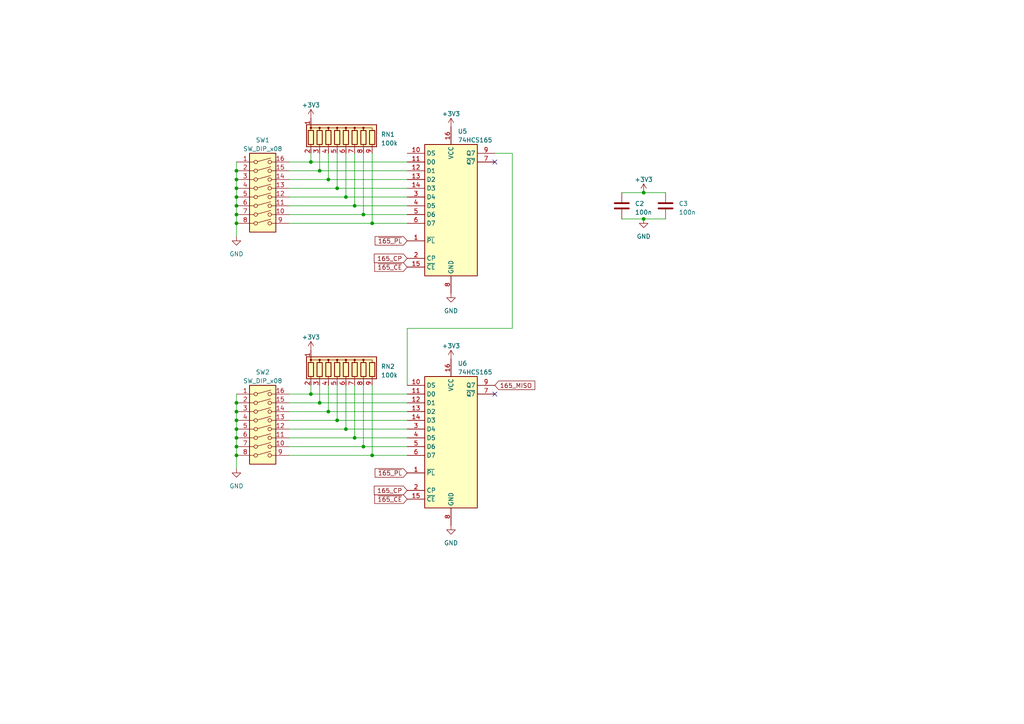
<source format=kicad_sch>
(kicad_sch (version 20230121) (generator eeschema)
  (paper "A4")
  (lib_symbols
    (symbol "74xx:74HC165"
      (property "Reference" "U" (at -7.62 19.05 0))
      (property "Value" "74HC165" (at -7.62 -21.59 0))
      (symbol "74HC165_1_0"
        (pin input line (at -12.7 -10.16 0) (length 5.08) (name "~{PL}") (number "1"))
        (pin input line (at -12.7 15.24 0) (length 5.08) (name "DS") (number "10"))
        (pin input line (at -12.7 12.7 0) (length 5.08) (name "D0") (number "11"))
        (pin input line (at -12.7 10.16 0) (length 5.08) (name "D1") (number "12"))
        (pin input line (at -12.7 7.62 0) (length 5.08) (name "D2") (number "13"))
        (pin input line (at -12.7 5.08 0) (length 5.08) (name "D3") (number "14"))
        (pin input line (at -12.7 -17.78 0) (length 5.08) (name "~{CE}") (number "15"))
        (pin power_in line (at 0 22.86 270) (length 5.08) (name "VCC") (number "16"))
        (pin input line (at -12.7 -15.24 0) (length 5.08) (name "CP") (number "2"))
        (pin input line (at -12.7 2.54 0) (length 5.08) (name "D4") (number "3"))
        (pin input line (at -12.7 0 0) (length 5.08) (name "D5") (number "4"))
        (pin input line (at -12.7 -2.54 0) (length 5.08) (name "D6") (number "5"))
        (pin input line (at -12.7 -5.08 0) (length 5.08) (name "D7") (number "6"))
        (pin output line (at 12.7 12.7 180) (length 5.08) (name "~{Q7}") (number "7"))
        (pin power_in line (at 0 -25.4 90) (length 5.08) (name "GND") (number "8"))
        (pin output line (at 12.7 15.24 180) (length 5.08) (name "Q7") (number "9"))
      )
      (symbol "74HC165_1_1"
        (rectangle (start -7.62 17.78) (end 7.62 -20.32) (stroke (width 0.254)) (fill (type background)))
      )
    )
    (symbol "Device:C" (pin_numbers hide) (pin_names (offset 0.254))
      (property "Reference" "C" (at 0.635 2.54 0))
      (property "Value" "C" (at 0.635 -2.54 0))
      (symbol "C_0_1"
        (polyline (pts (xy -2.032 -0.762) (xy 2.032 -0.762)) (stroke (width 0.508)))
        (polyline (pts (xy -2.032 0.762) (xy 2.032 0.762)) (stroke (width 0.508)))
      )
      (symbol "C_1_1"
        (pin passive line (at 0 3.81 270) (length 2.794) (name "~") (number "1"))
        (pin passive line (at 0 -3.81 90) (length 2.794) (name "~") (number "2"))
      )
    )
    (symbol "Device:R_Network08" (pin_names (offset 0) hide)
      (property "Reference" "RN" (at -12.7 0 90))
      (property "Value" "R_Network08" (at 10.16 0 90))
      (symbol "R_Network08_0_1"
        (rectangle (start -11.43 -3.175) (end 8.89 3.175) (stroke (width 0.254)) (fill (type background)))
        (rectangle (start -10.922 1.524) (end -9.398 -2.54) (stroke (width 0.254)))
        (circle (center -10.16 2.286) (radius 0.254) (fill (type outline)))
        (rectangle (start -8.382 1.524) (end -6.858 -2.54) (stroke (width 0.254)))
        (circle (center -7.62 2.286) (radius 0.254) (fill (type outline)))
        (rectangle (start -5.842 1.524) (end -4.318 -2.54) (stroke (width 0.254)))
        (circle (center -5.08 2.286) (radius 0.254) (fill (type outline)))
        (rectangle (start -3.302 1.524) (end -1.778 -2.54) (stroke (width 0.254)))
        (circle (center -2.54 2.286) (radius 0.254) (fill (type outline)))
        (rectangle (start -0.762 1.524) (end 0.762 -2.54) (stroke (width 0.254)))
        (polyline (pts (xy -10.16 -2.54) (xy -10.16 -3.81)))
        (polyline (pts (xy -7.62 -2.54) (xy -7.62 -3.81)))
        (polyline (pts (xy -5.08 -2.54) (xy -5.08 -3.81)))
        (polyline (pts (xy -2.54 -2.54) (xy -2.54 -3.81)))
        (polyline (pts (xy 0 -2.54) (xy 0 -3.81)))
        (polyline (pts (xy 2.54 -2.54) (xy 2.54 -3.81)))
        (polyline (pts (xy 5.08 -2.54) (xy 5.08 -3.81)))
        (polyline (pts (xy 7.62 -2.54) (xy 7.62 -3.81)))
        (polyline (pts (xy -10.16 1.524) (xy -10.16 2.286) (xy -7.62 2.286) (xy -7.62 1.524)))
        (polyline (pts (xy -7.62 1.524) (xy -7.62 2.286) (xy -5.08 2.286) (xy -5.08 1.524)))
        (polyline (pts (xy -5.08 1.524) (xy -5.08 2.286) (xy -2.54 2.286) (xy -2.54 1.524)))
        (polyline (pts (xy -2.54 1.524) (xy -2.54 2.286) (xy 0 2.286) (xy 0 1.524)))
        (polyline (pts (xy 0 1.524) (xy 0 2.286) (xy 2.54 2.286) (xy 2.54 1.524)))
        (polyline (pts (xy 2.54 1.524) (xy 2.54 2.286) (xy 5.08 2.286) (xy 5.08 1.524)))
        (polyline (pts (xy 5.08 1.524) (xy 5.08 2.286) (xy 7.62 2.286) (xy 7.62 1.524)))
        (circle (center 0 2.286) (radius 0.254) (fill (type outline)))
        (rectangle (start 1.778 1.524) (end 3.302 -2.54) (stroke (width 0.254)))
        (circle (center 2.54 2.286) (radius 0.254) (fill (type outline)))
        (rectangle (start 4.318 1.524) (end 5.842 -2.54) (stroke (width 0.254)))
        (circle (center 5.08 2.286) (radius 0.254) (fill (type outline)))
        (rectangle (start 6.858 1.524) (end 8.382 -2.54) (stroke (width 0.254)))
      )
      (symbol "R_Network08_1_1"
        (pin passive line (at -10.16 5.08 270) (length 2.54) (name "common") (number "1"))
        (pin passive line (at -10.16 -5.08 90) (length 1.27) (name "R1") (number "2"))
        (pin passive line (at -7.62 -5.08 90) (length 1.27) (name "R2") (number "3"))
        (pin passive line (at -5.08 -5.08 90) (length 1.27) (name "R3") (number "4"))
        (pin passive line (at -2.54 -5.08 90) (length 1.27) (name "R4") (number "5"))
        (pin passive line (at 0 -5.08 90) (length 1.27) (name "R5") (number "6"))
        (pin passive line (at 2.54 -5.08 90) (length 1.27) (name "R6") (number "7"))
        (pin passive line (at 5.08 -5.08 90) (length 1.27) (name "R7") (number "8"))
        (pin passive line (at 7.62 -5.08 90) (length 1.27) (name "R8") (number "9"))
      )
    )
    (symbol "Switch:SW_DIP_x08" (pin_names (offset 0) hide)
      (property "Reference" "SW" (at 0 13.97 0))
      (property "Value" "SW_DIP_x08" (at 0 -11.43 0))
      (symbol "SW_DIP_x08_0_0"
        (circle (center -2.032 -7.62) (radius 0.508))
        (circle (center -2.032 -5.08) (radius 0.508))
        (circle (center -2.032 -2.54) (radius 0.508))
        (circle (center -2.032 0) (radius 0.508))
        (circle (center -2.032 2.54) (radius 0.508))
        (circle (center -2.032 5.08) (radius 0.508))
        (circle (center -2.032 7.62) (radius 0.508))
        (circle (center -2.032 10.16) (radius 0.508))
        (polyline (pts (xy -1.524 -7.4676) (xy 2.3622 -6.4262)))
        (polyline (pts (xy -1.524 -4.9276) (xy 2.3622 -3.8862)))
        (polyline (pts (xy -1.524 -2.3876) (xy 2.3622 -1.3462)))
        (polyline (pts (xy -1.524 0.127) (xy 2.3622 1.1684)))
        (polyline (pts (xy -1.524 2.667) (xy 2.3622 3.7084)))
        (polyline (pts (xy -1.524 5.207) (xy 2.3622 6.2484)))
        (polyline (pts (xy -1.524 7.747) (xy 2.3622 8.7884)))
        (polyline (pts (xy -1.524 10.287) (xy 2.3622 11.3284)))
        (circle (center 2.032 -7.62) (radius 0.508))
        (circle (center 2.032 -5.08) (radius 0.508))
        (circle (center 2.032 -2.54) (radius 0.508))
        (circle (center 2.032 0) (radius 0.508))
        (circle (center 2.032 2.54) (radius 0.508))
        (circle (center 2.032 5.08) (radius 0.508))
        (circle (center 2.032 7.62) (radius 0.508))
        (circle (center 2.032 10.16) (radius 0.508))
      )
      (symbol "SW_DIP_x08_0_1"
        (rectangle (start -3.81 12.7) (end 3.81 -10.16) (stroke (width 0.254)) (fill (type background)))
      )
      (symbol "SW_DIP_x08_1_1"
        (pin passive line (at -7.62 10.16 0) (length 5.08) (name "~") (number "1"))
        (pin passive line (at 7.62 -5.08 180) (length 5.08) (name "~") (number "10"))
        (pin passive line (at 7.62 -2.54 180) (length 5.08) (name "~") (number "11"))
        (pin passive line (at 7.62 0 180) (length 5.08) (name "~") (number "12"))
        (pin passive line (at 7.62 2.54 180) (length 5.08) (name "~") (number "13"))
        (pin passive line (at 7.62 5.08 180) (length 5.08) (name "~") (number "14"))
        (pin passive line (at 7.62 7.62 180) (length 5.08) (name "~") (number "15"))
        (pin passive line (at 7.62 10.16 180) (length 5.08) (name "~") (number "16"))
        (pin passive line (at -7.62 7.62 0) (length 5.08) (name "~") (number "2"))
        (pin passive line (at -7.62 5.08 0) (length 5.08) (name "~") (number "3"))
        (pin passive line (at -7.62 2.54 0) (length 5.08) (name "~") (number "4"))
        (pin passive line (at -7.62 0 0) (length 5.08) (name "~") (number "5"))
        (pin passive line (at -7.62 -2.54 0) (length 5.08) (name "~") (number "6"))
        (pin passive line (at -7.62 -5.08 0) (length 5.08) (name "~") (number "7"))
        (pin passive line (at -7.62 -7.62 0) (length 5.08) (name "~") (number "8"))
        (pin passive line (at 7.62 -7.62 180) (length 5.08) (name "~") (number "9"))
      )
    )
    (symbol "power:+3V3" (power) (pin_names (offset 0))
      (property "Value" "+3V3" (at 0 3.556 0))
      (symbol "+3V3_0_1"
        (polyline (pts (xy -0.762 1.27) (xy 0 2.54)))
        (polyline (pts (xy 0 0) (xy 0 2.54)))
        (polyline (pts (xy 0 2.54) (xy 0.762 1.27)))
      )
      (symbol "+3V3_1_1"
        (pin power_in line (at 0 0 90) (length 0) hide (name "+3V3") (number "1"))
      )
    )
    (symbol "power:GND" (power) (pin_names (offset 0))
      (property "Value" "GND" (at 0 -3.81 0))
      (symbol "GND_0_1"
        (polyline (pts (xy 0 0) (xy 0 -1.27) (xy 1.27 -1.27) (xy 0 -2.54) (xy -1.27 -1.27) (xy 0 -1.27)))
      )
      (symbol "GND_1_1"
        (pin power_in line (at 0 0 270) (length 0) hide (name "GND") (number "1"))
      )
    )
  )
  (junction (at 90.17 46.99))
  (junction (at 68.58 62.23))
  (junction (at 102.87 59.69))
  (junction (at 97.79 54.61))
  (junction (at 68.58 57.15))
  (junction (at 68.58 52.07))
  (junction (at 95.25 52.07))
  (junction (at 107.95 64.77))
  (junction (at 68.58 129.54))
  (junction (at 186.69 63.5))
  (junction (at 68.58 116.84))
  (junction (at 90.17 114.3))
  (junction (at 100.33 57.15))
  (junction (at 186.69 55.88))
  (junction (at 102.87 127))
  (junction (at 100.33 124.46))
  (junction (at 68.58 49.53))
  (junction (at 68.58 59.69))
  (junction (at 68.58 127))
  (junction (at 68.58 124.46))
  (junction (at 105.41 129.54))
  (junction (at 95.25 119.38))
  (junction (at 107.95 132.08))
  (junction (at 68.58 132.08))
  (junction (at 68.58 64.77))
  (junction (at 97.79 121.92))
  (junction (at 105.41 62.23))
  (junction (at 68.58 121.92))
  (junction (at 92.71 49.53))
  (junction (at 68.58 119.38))
  (junction (at 68.58 54.61))
  (junction (at 92.71 116.84))
  (no_connect (at 143.51 46.99))
  (no_connect (at 143.51 114.3))
  (wire (pts (xy 100.33 124.46) (xy 118.11 124.46)))
  (wire (pts (xy 97.79 121.92) (xy 118.11 121.92)))
  (wire (pts (xy 105.41 129.54) (xy 118.11 129.54)))
  (wire (pts (xy 83.82 129.54) (xy 105.41 129.54)))
  (wire (pts (xy 83.82 114.3) (xy 90.17 114.3)))
  (wire (pts (xy 68.58 129.54) (xy 68.58 132.08)))
  (wire (pts (xy 92.71 44.45) (xy 92.71 49.53)))
  (wire (pts (xy 100.33 111.76) (xy 100.33 124.46)))
  (wire (pts (xy 68.58 124.46) (xy 68.58 127)))
  (wire (pts (xy 97.79 111.76) (xy 97.79 121.92)))
  (wire (pts (xy 107.95 64.77) (xy 118.11 64.77)))
  (wire (pts (xy 83.82 52.07) (xy 95.25 52.07)))
  (wire (pts (xy 68.58 116.84) (xy 68.58 119.38)))
  (wire (pts (xy 68.58 64.77) (xy 68.58 68.58)))
  (wire (pts (xy 68.58 46.99) (xy 68.58 49.53)))
  (wire (pts (xy 68.58 127) (xy 68.58 129.54)))
  (wire (pts (xy 83.82 49.53) (xy 92.71 49.53)))
  (wire (pts (xy 95.25 52.07) (xy 118.11 52.07)))
  (wire (pts (xy 102.87 59.69) (xy 118.11 59.69)))
  (wire (pts (xy 83.82 57.15) (xy 100.33 57.15)))
  (wire (pts (xy 102.87 44.45) (xy 102.87 59.69)))
  (wire (pts (xy 90.17 46.99) (xy 118.11 46.99)))
  (wire (pts (xy 143.51 44.45) (xy 148.59 44.45)))
  (wire (pts (xy 68.58 49.53) (xy 68.58 52.07)))
  (wire (pts (xy 68.58 119.38) (xy 68.58 121.92)))
  (wire (pts (xy 83.82 119.38) (xy 95.25 119.38)))
  (wire (pts (xy 83.82 54.61) (xy 97.79 54.61)))
  (wire (pts (xy 95.25 44.45) (xy 95.25 52.07)))
  (wire (pts (xy 68.58 54.61) (xy 68.58 57.15)))
  (wire (pts (xy 100.33 57.15) (xy 118.11 57.15)))
  (wire (pts (xy 83.82 116.84) (xy 92.71 116.84)))
  (wire (pts (xy 68.58 59.69) (xy 68.58 62.23)))
  (wire (pts (xy 83.82 46.99) (xy 90.17 46.99)))
  (wire (pts (xy 83.82 59.69) (xy 102.87 59.69)))
  (wire (pts (xy 68.58 132.08) (xy 68.58 135.89)))
  (wire (pts (xy 95.25 119.38) (xy 118.11 119.38)))
  (wire (pts (xy 83.82 62.23) (xy 105.41 62.23)))
  (wire (pts (xy 83.82 132.08) (xy 107.95 132.08)))
  (wire (pts (xy 92.71 111.76) (xy 92.71 116.84)))
  (wire (pts (xy 148.59 95.25) (xy 118.11 95.25)))
  (wire (pts (xy 90.17 111.76) (xy 90.17 114.3)))
  (wire (pts (xy 83.82 64.77) (xy 107.95 64.77)))
  (wire (pts (xy 180.34 55.88) (xy 186.69 55.88)))
  (wire (pts (xy 102.87 127) (xy 118.11 127)))
  (wire (pts (xy 107.95 132.08) (xy 118.11 132.08)))
  (wire (pts (xy 105.41 111.76) (xy 105.41 129.54)))
  (wire (pts (xy 102.87 111.76) (xy 102.87 127)))
  (wire (pts (xy 186.69 63.5) (xy 193.04 63.5)))
  (wire (pts (xy 186.69 55.88) (xy 193.04 55.88)))
  (wire (pts (xy 92.71 116.84) (xy 118.11 116.84)))
  (wire (pts (xy 68.58 52.07) (xy 68.58 54.61)))
  (wire (pts (xy 95.25 111.76) (xy 95.25 119.38)))
  (wire (pts (xy 105.41 44.45) (xy 105.41 62.23)))
  (wire (pts (xy 92.71 49.53) (xy 118.11 49.53)))
  (wire (pts (xy 148.59 44.45) (xy 148.59 95.25)))
  (wire (pts (xy 118.11 95.25) (xy 118.11 111.76)))
  (wire (pts (xy 83.82 124.46) (xy 100.33 124.46)))
  (wire (pts (xy 68.58 62.23) (xy 68.58 64.77)))
  (wire (pts (xy 97.79 44.45) (xy 97.79 54.61)))
  (wire (pts (xy 68.58 121.92) (xy 68.58 124.46)))
  (wire (pts (xy 107.95 44.45) (xy 107.95 64.77)))
  (wire (pts (xy 90.17 114.3) (xy 118.11 114.3)))
  (wire (pts (xy 180.34 63.5) (xy 186.69 63.5)))
  (wire (pts (xy 90.17 44.45) (xy 90.17 46.99)))
  (wire (pts (xy 97.79 54.61) (xy 118.11 54.61)))
  (wire (pts (xy 83.82 121.92) (xy 97.79 121.92)))
  (wire (pts (xy 100.33 44.45) (xy 100.33 57.15)))
  (wire (pts (xy 107.95 111.76) (xy 107.95 132.08)))
  (wire (pts (xy 68.58 57.15) (xy 68.58 59.69)))
  (wire (pts (xy 83.82 127) (xy 102.87 127)))
  (wire (pts (xy 105.41 62.23) (xy 118.11 62.23)))
  (wire (pts (xy 68.58 114.3) (xy 68.58 116.84)))
  (global_label "~{165_PL}" (shape input) (at 118.11 137.16 180) (property "Intersheetrefs" "${INTERSHEET_REFS}" (effects hide)))
  (global_label "165_CP" (shape input) (at 118.11 74.93 180) (property "Intersheetrefs" "${INTERSHEET_REFS}" (effects hide)))
  (global_label "~{165_PL}" (shape input) (at 118.11 69.85 180) (property "Intersheetrefs" "${INTERSHEET_REFS}" (effects hide)))
  (global_label "~{165_CE}" (shape input) (at 118.11 144.78 180) (property "Intersheetrefs" "${INTERSHEET_REFS}" (effects hide)))
  (global_label "165_CP" (shape input) (at 118.11 142.24 180) (property "Intersheetrefs" "${INTERSHEET_REFS}" (effects hide)))
  (global_label "165_MISO" (shape input) (at 143.51 111.76 0) (property "Intersheetrefs" "${INTERSHEET_REFS}" (effects hide)))
  (global_label "~{165_CE}" (shape input) (at 118.11 77.47 180) (property "Intersheetrefs" "${INTERSHEET_REFS}" (effects hide)))
  (symbol (lib_id "Device:R_Network08") (at 100.33 39.37 0) (unit 1)
    (property "Reference" "RN1" (at 110.49 38.989 0) (effects (justify left)))
    (property "Value" "100k" (at 110.49 41.529 0) (effects (justify left)))
    (property "Footprint" "Resistor_THT:R_Array_SIP9" (effects hide))
    (property "Datasheet" "http://www.vishay.com/docs/31509/csc.pdf" (effects hide))
  )
  (symbol (lib_id "power:+3V3") (at 90.17 101.6 0) (unit 1)
    (property "Reference" "#PWR021" (effects hide))
    (property "Value" "+3V3" (at 90.17 97.79 0))
  )
  (symbol (lib_id "power:GND") (at 186.69 63.5 0) (unit 1)
    (property "Reference" "#PWR016" (effects hide))
    (property "Value" "GND" (at 186.69 68.58 0))
    (instances (project "seg25_puzzle" (path "" (reference "#PWR016") (unit 1)) (path "" (reference "#PWR08") (unit 1)) (path "" (reference "#PWR012") (unit 1))))
  )
  (symbol (lib_id "power:+3V3") (at 186.69 55.88 0) (unit 1)
    (property "Reference" "#PWR011" (effects hide))
    (property "Value" "+3V3" (at 186.69 52.07 0))
  )
  (symbol (lib_id "74xx:74HC165") (at 130.81 59.69 0) (unit 1)
    (property "Reference" "U5" (at 132.7659 38.1 0) (effects (justify left)))
    (property "Value" "74HCS165" (at 132.7659 40.64 0) (effects (justify left)))
    (property "Footprint" "Package_SO:SOIC-16_3.9x9.9mm_P1.27mm" (effects hide))
    (property "Datasheet" "https://assets.nexperia.com/documents/data-sheet/74HC_HCT165.pdf" (effects hide))
  )
  (symbol (lib_id "power:GND") (at 130.81 85.09 0) (unit 1)
    (property "Reference" "#PWR012" (effects hide))
    (property "Value" "GND" (at 130.81 90.17 0))
    (instances (project "seg25_puzzle" (path "" (reference "#PWR012") (unit 1)) (path "" (reference "#PWR018") (unit 1))))
  )
  (symbol (lib_id "power:+3V3") (at 130.81 104.14 0) (unit 1)
    (property "Reference" "#PWR022" (effects hide))
    (property "Value" "+3V3" (at 130.81 100.33 0))
  )
  (symbol (lib_id "Switch:SW_DIP_x08") (at 76.2 57.15 0) (unit 1)
    (property "Reference" "SW1" (at 76.2 40.64 0))
    (property "Value" "SW_DIP_x08" (at 76.2 43.18 0))
    (property "Footprint" "Button_Switch_THT:SW_DIP_SPSTx08_Slide_9.78x22.5mm_W7.62mm_P2.54mm" (effects hide))
  )
  (symbol (lib_id "power:GND") (at 68.58 135.89 0) (unit 1)
    (property "Reference" "#PWR012" (effects hide))
    (property "Value" "GND" (at 68.58 140.97 0))
    (instances (project "seg25_puzzle" (path "" (reference "#PWR012") (unit 1)) (path "" (reference "#PWR023") (unit 1))))
  )
  (symbol (lib_id "Device:C") (at 193.04 59.69 0) (unit 1)
    (property "Reference" "C3" (at 196.85 59.055 0) (effects (justify left)))
    (property "Value" "100n" (at 196.85 61.595 0) (effects (justify left)))
    (property "Footprint" "Capacitor_SMD:C_0805_2012Metric" (effects hide))
    (instances (project "seg25_puzzle" (path "" (reference "C3") (unit 1)) (path "" (reference "C6") (unit 1))))
  )
  (symbol (lib_id "power:+3V3") (at 90.17 34.29 0) (unit 1)
    (property "Reference" "#PWR019" (effects hide))
    (property "Value" "+3V3" (at 90.17 30.48 0))
  )
  (symbol (lib_id "power:GND") (at 130.81 152.4 0) (unit 1)
    (property "Reference" "#PWR012" (effects hide))
    (property "Value" "GND" (at 130.81 157.48 0))
    (instances (project "seg25_puzzle" (path "" (reference "#PWR012") (unit 1)) (path "" (reference "#PWR024") (unit 1))))
  )
  (symbol (lib_id "power:GND") (at 68.58 68.58 0) (unit 1)
    (property "Reference" "#PWR012" (effects hide))
    (property "Value" "GND" (at 68.58 73.66 0))
    (instances (project "seg25_puzzle" (path "" (reference "#PWR012") (unit 1)) (path "" (reference "#PWR020") (unit 1))))
  )
  (symbol (lib_id "Device:C") (at 180.34 59.69 0) (unit 1)
    (property "Reference" "C2" (at 184.15 59.055 0) (effects (justify left)))
    (property "Value" "100n" (at 184.15 61.595 0) (effects (justify left)))
    (property "Footprint" "Capacitor_SMD:C_0805_2012Metric" (effects hide))
    (instances (project "seg25_puzzle" (path "" (reference "C2") (unit 1)) (path "" (reference "C5") (unit 1))))
  )
  (symbol (lib_id "Switch:SW_DIP_x08") (at 76.2 124.46 0) (unit 1)
    (property "Reference" "SW2" (at 76.2 107.95 0))
    (property "Value" "SW_DIP_x08" (at 76.2 110.49 0))
    (property "Footprint" "Button_Switch_THT:SW_DIP_SPSTx08_Slide_9.78x22.5mm_W7.62mm_P2.54mm" (effects hide))
  )
  (symbol (lib_id "power:+3V3") (at 130.81 36.83 0) (unit 1)
    (property "Reference" "#PWR017" (effects hide))
    (property "Value" "+3V3" (at 130.81 33.02 0))
  )
  (symbol (lib_id "Device:R_Network08") (at 100.33 106.68 0) (unit 1)
    (property "Reference" "RN2" (at 110.49 106.299 0) (effects (justify left)))
    (property "Value" "100k" (at 110.49 108.839 0) (effects (justify left)))
    (property "Footprint" "Resistor_THT:R_Array_SIP9" (effects hide))
    (property "Datasheet" "http://www.vishay.com/docs/31509/csc.pdf" (effects hide))
  )
  (symbol (lib_id "74xx:74HC165") (at 130.81 127 0) (unit 1)
    (property "Reference" "U6" (at 132.7659 105.41 0) (effects (justify left)))
    (property "Value" "74HCS165" (at 132.7659 107.95 0) (effects (justify left)))
    (property "Footprint" "Package_SO:SOIC-16_3.9x9.9mm_P1.27mm" (effects hide))
    (property "Datasheet" "https://assets.nexperia.com/documents/data-sheet/74HC_HCT165.pdf" (effects hide))
  )
)
</source>
